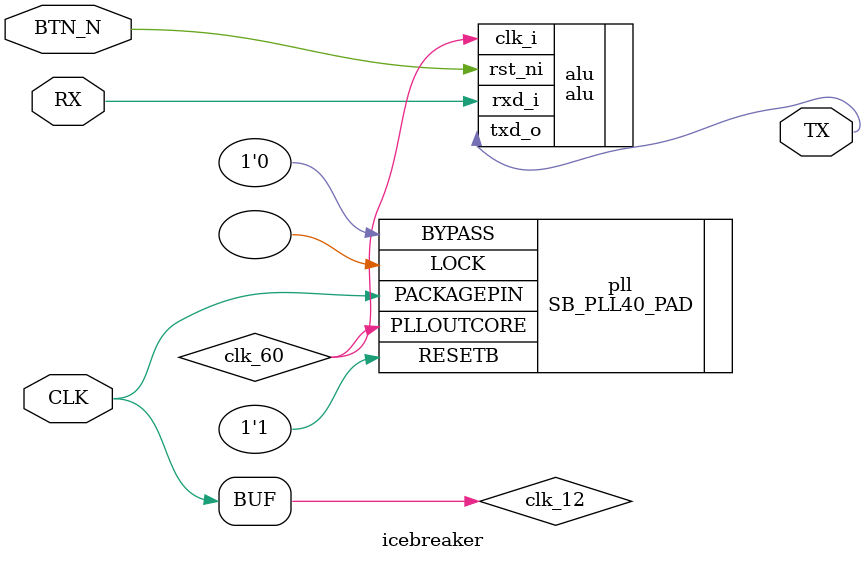
<source format=v>
module icebreaker (
    input  wire CLK,      // 12MHz clock input
    input  wire BTN_N,    // Reset button
    input  wire RX,       // UART RX
    output wire TX        // UART TX
);

    wire clk_12 = CLK;
    wire clk_60;

    // PLL instance for 60MHz clock
    SB_PLL40_PAD #(
        .FEEDBACK_PATH("SIMPLE"),
        .DIVR(4'b0000),     // DIVR =  0
        .DIVF(7'b1001111),  // DIVF = 79
        .DIVQ(3'b100),      // DIVQ =  4
        .FILTER_RANGE(3'b001)
    ) pll (
        .LOCK(),
        .RESETB(1'b1),
        .BYPASS(1'b0),
        .PACKAGEPIN(CLK),
        .PLLOUTCORE(clk_60),
    );

    // ALU instance
    alu alu (
        .clk_i   (clk_60),
        .rst_ni  (BTN_N),
        .rxd_i   (RX),
        .txd_o   (TX)
    );

endmodule

</source>
